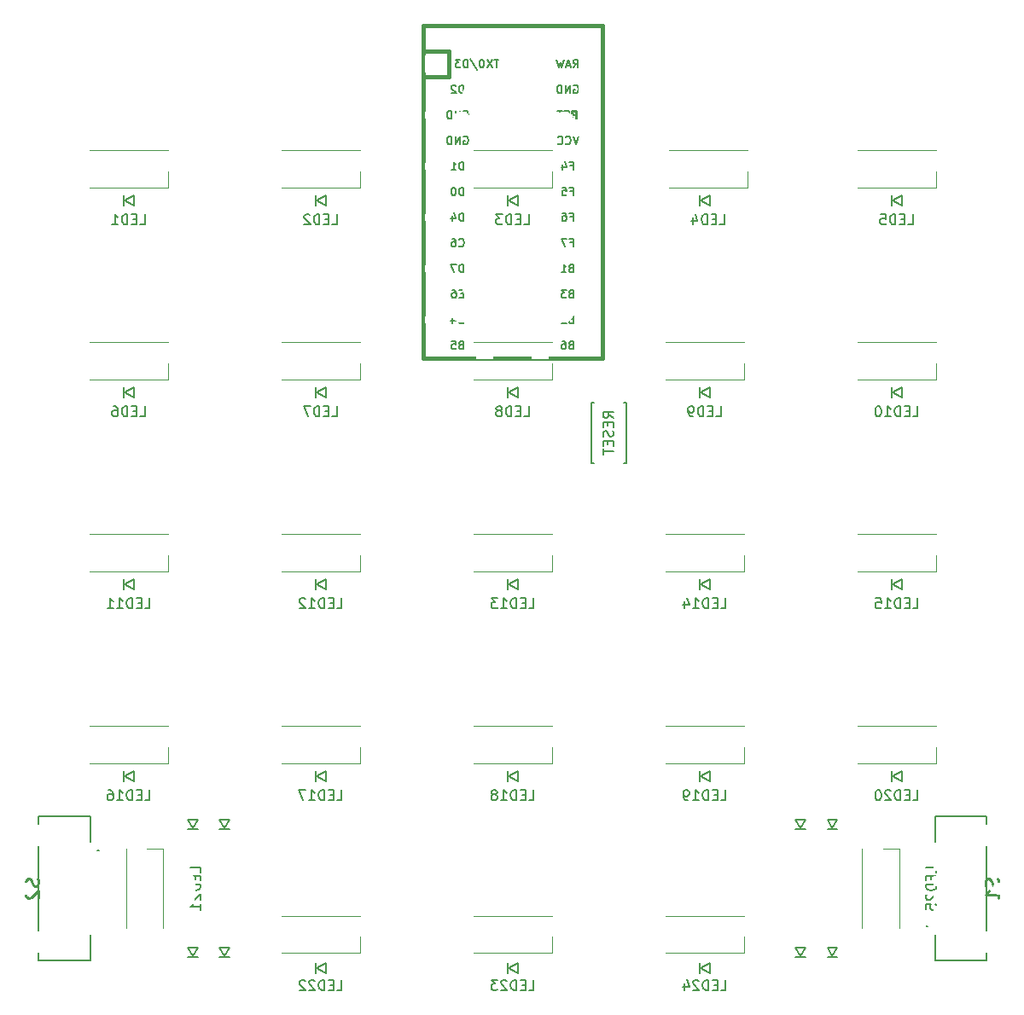
<source format=gbo>
G04 #@! TF.GenerationSoftware,KiCad,Pcbnew,(6.0.7)*
G04 #@! TF.CreationDate,2022-09-23T02:39:01+09:00*
G04 #@! TF.ProjectId,xipher_kbd_nohot,78697068-6572-45f6-9b62-645f6e6f686f,rev?*
G04 #@! TF.SameCoordinates,Original*
G04 #@! TF.FileFunction,Legend,Bot*
G04 #@! TF.FilePolarity,Positive*
%FSLAX46Y46*%
G04 Gerber Fmt 4.6, Leading zero omitted, Abs format (unit mm)*
G04 Created by KiCad (PCBNEW (6.0.7)) date 2022-09-23 02:39:01*
%MOMM*%
%LPD*%
G01*
G04 APERTURE LIST*
%ADD10C,0.150000*%
%ADD11C,0.254000*%
%ADD12C,0.381000*%
%ADD13C,0.120000*%
%ADD14C,0.200000*%
%ADD15R,1.752600X1.752600*%
%ADD16C,1.752600*%
%ADD17C,2.000000*%
%ADD18C,1.900000*%
%ADD19C,4.000000*%
%ADD20O,2.500000X2.000000*%
%ADD21C,3.800000*%
%ADD22R,2.000000X2.000000*%
%ADD23O,2.000000X3.400000*%
%ADD24R,1.300000X1.400000*%
%ADD25R,1.400000X1.300000*%
%ADD26R,1.700000X1.000000*%
%ADD27C,1.200000*%
%ADD28R,1.600000X1.000000*%
%ADD29R,1.100000X1.600000*%
%ADD30R,1.000000X1.700000*%
G04 APERTURE END LIST*
D10*
X86690166Y-47332057D02*
X86956833Y-47332057D01*
X86956833Y-47751104D02*
X86956833Y-46951104D01*
X86575880Y-46951104D01*
X85928261Y-47217771D02*
X85928261Y-47751104D01*
X86118738Y-46913009D02*
X86309214Y-47484438D01*
X85813976Y-47484438D01*
X87033023Y-39369200D02*
X87109214Y-39331104D01*
X87223500Y-39331104D01*
X87337785Y-39369200D01*
X87413976Y-39445390D01*
X87452071Y-39521580D01*
X87490166Y-39673961D01*
X87490166Y-39788247D01*
X87452071Y-39940628D01*
X87413976Y-40016819D01*
X87337785Y-40093009D01*
X87223500Y-40131104D01*
X87147309Y-40131104D01*
X87033023Y-40093009D01*
X86994928Y-40054914D01*
X86994928Y-39788247D01*
X87147309Y-39788247D01*
X86652071Y-40131104D02*
X86652071Y-39331104D01*
X86194928Y-40131104D01*
X86194928Y-39331104D01*
X85813976Y-40131104D02*
X85813976Y-39331104D01*
X85623500Y-39331104D01*
X85509214Y-39369200D01*
X85433023Y-39445390D01*
X85394928Y-39521580D01*
X85356833Y-39673961D01*
X85356833Y-39788247D01*
X85394928Y-39940628D01*
X85433023Y-40016819D01*
X85509214Y-40093009D01*
X85623500Y-40131104D01*
X85813976Y-40131104D01*
X87490166Y-44411104D02*
X87223500Y-45211104D01*
X86956833Y-44411104D01*
X86233023Y-45134914D02*
X86271119Y-45173009D01*
X86385404Y-45211104D01*
X86461595Y-45211104D01*
X86575880Y-45173009D01*
X86652071Y-45096819D01*
X86690166Y-45020628D01*
X86728261Y-44868247D01*
X86728261Y-44753961D01*
X86690166Y-44601580D01*
X86652071Y-44525390D01*
X86575880Y-44449200D01*
X86461595Y-44411104D01*
X86385404Y-44411104D01*
X86271119Y-44449200D01*
X86233023Y-44487295D01*
X85433023Y-45134914D02*
X85471119Y-45173009D01*
X85585404Y-45211104D01*
X85661595Y-45211104D01*
X85775880Y-45173009D01*
X85852071Y-45096819D01*
X85890166Y-45020628D01*
X85928261Y-44868247D01*
X85928261Y-44753961D01*
X85890166Y-44601580D01*
X85852071Y-44525390D01*
X85775880Y-44449200D01*
X85661595Y-44411104D01*
X85585404Y-44411104D01*
X85471119Y-44449200D01*
X85433023Y-44487295D01*
X86975880Y-37591104D02*
X87242547Y-37210152D01*
X87433023Y-37591104D02*
X87433023Y-36791104D01*
X87128261Y-36791104D01*
X87052071Y-36829200D01*
X87013976Y-36867295D01*
X86975880Y-36943485D01*
X86975880Y-37057771D01*
X87013976Y-37133961D01*
X87052071Y-37172057D01*
X87128261Y-37210152D01*
X87433023Y-37210152D01*
X86671119Y-37362533D02*
X86290166Y-37362533D01*
X86747309Y-37591104D02*
X86480642Y-36791104D01*
X86213976Y-37591104D01*
X86023500Y-36791104D02*
X85833023Y-37591104D01*
X85680642Y-37019676D01*
X85528261Y-37591104D01*
X85337785Y-36791104D01*
X76091976Y-52831104D02*
X76091976Y-52031104D01*
X75901500Y-52031104D01*
X75787214Y-52069200D01*
X75711023Y-52145390D01*
X75672928Y-52221580D01*
X75634833Y-52373961D01*
X75634833Y-52488247D01*
X75672928Y-52640628D01*
X75711023Y-52716819D01*
X75787214Y-52793009D01*
X75901500Y-52831104D01*
X76091976Y-52831104D01*
X74949119Y-52297771D02*
X74949119Y-52831104D01*
X75139595Y-51993009D02*
X75330071Y-52564438D01*
X74834833Y-52564438D01*
X75825309Y-65112057D02*
X75711023Y-65150152D01*
X75672928Y-65188247D01*
X75634833Y-65264438D01*
X75634833Y-65378723D01*
X75672928Y-65454914D01*
X75711023Y-65493009D01*
X75787214Y-65531104D01*
X76091976Y-65531104D01*
X76091976Y-64731104D01*
X75825309Y-64731104D01*
X75749119Y-64769200D01*
X75711023Y-64807295D01*
X75672928Y-64883485D01*
X75672928Y-64959676D01*
X75711023Y-65035866D01*
X75749119Y-65073961D01*
X75825309Y-65112057D01*
X76091976Y-65112057D01*
X74911023Y-64731104D02*
X75291976Y-64731104D01*
X75330071Y-65112057D01*
X75291976Y-65073961D01*
X75215785Y-65035866D01*
X75025309Y-65035866D01*
X74949119Y-65073961D01*
X74911023Y-65112057D01*
X74872928Y-65188247D01*
X74872928Y-65378723D01*
X74911023Y-65454914D01*
X74949119Y-65493009D01*
X75025309Y-65531104D01*
X75215785Y-65531104D01*
X75291976Y-65493009D01*
X75330071Y-65454914D01*
X76091976Y-40131104D02*
X76091976Y-39331104D01*
X75901500Y-39331104D01*
X75787214Y-39369200D01*
X75711023Y-39445390D01*
X75672928Y-39521580D01*
X75634833Y-39673961D01*
X75634833Y-39788247D01*
X75672928Y-39940628D01*
X75711023Y-40016819D01*
X75787214Y-40093009D01*
X75901500Y-40131104D01*
X76091976Y-40131104D01*
X75330071Y-39407295D02*
X75291976Y-39369200D01*
X75215785Y-39331104D01*
X75025309Y-39331104D01*
X74949119Y-39369200D01*
X74911023Y-39407295D01*
X74872928Y-39483485D01*
X74872928Y-39559676D01*
X74911023Y-39673961D01*
X75368166Y-40131104D01*
X74872928Y-40131104D01*
X76091976Y-50291104D02*
X76091976Y-49491104D01*
X75901500Y-49491104D01*
X75787214Y-49529200D01*
X75711023Y-49605390D01*
X75672928Y-49681580D01*
X75634833Y-49833961D01*
X75634833Y-49948247D01*
X75672928Y-50100628D01*
X75711023Y-50176819D01*
X75787214Y-50253009D01*
X75901500Y-50291104D01*
X76091976Y-50291104D01*
X75139595Y-49491104D02*
X75063404Y-49491104D01*
X74987214Y-49529200D01*
X74949119Y-49567295D01*
X74911023Y-49643485D01*
X74872928Y-49795866D01*
X74872928Y-49986342D01*
X74911023Y-50138723D01*
X74949119Y-50214914D01*
X74987214Y-50253009D01*
X75063404Y-50291104D01*
X75139595Y-50291104D01*
X75215785Y-50253009D01*
X75253880Y-50214914D01*
X75291976Y-50138723D01*
X75330071Y-49986342D01*
X75330071Y-49795866D01*
X75291976Y-49643485D01*
X75253880Y-49567295D01*
X75215785Y-49529200D01*
X75139595Y-49491104D01*
X86535833Y-42613009D02*
X86421547Y-42651104D01*
X86231071Y-42651104D01*
X86154880Y-42613009D01*
X86116785Y-42574914D01*
X86078690Y-42498723D01*
X86078690Y-42422533D01*
X86116785Y-42346342D01*
X86154880Y-42308247D01*
X86231071Y-42270152D01*
X86383452Y-42232057D01*
X86459642Y-42193961D01*
X86497738Y-42155866D01*
X86535833Y-42079676D01*
X86535833Y-42003485D01*
X86497738Y-41927295D01*
X86459642Y-41889200D01*
X86383452Y-41851104D01*
X86192976Y-41851104D01*
X86078690Y-41889200D01*
X85850119Y-41851104D02*
X85392976Y-41851104D01*
X85621547Y-42651104D02*
X85621547Y-41851104D01*
X86690166Y-54952057D02*
X86956833Y-54952057D01*
X86956833Y-55371104D02*
X86956833Y-54571104D01*
X86575880Y-54571104D01*
X86347309Y-54571104D02*
X85813976Y-54571104D01*
X86156833Y-55371104D01*
X86690166Y-49872057D02*
X86956833Y-49872057D01*
X86956833Y-50291104D02*
X86956833Y-49491104D01*
X86575880Y-49491104D01*
X85890166Y-49491104D02*
X86271119Y-49491104D01*
X86309214Y-49872057D01*
X86271119Y-49833961D01*
X86194928Y-49795866D01*
X86004452Y-49795866D01*
X85928261Y-49833961D01*
X85890166Y-49872057D01*
X85852071Y-49948247D01*
X85852071Y-50138723D01*
X85890166Y-50214914D01*
X85928261Y-50253009D01*
X86004452Y-50291104D01*
X86194928Y-50291104D01*
X86271119Y-50253009D01*
X86309214Y-50214914D01*
X86747309Y-62572057D02*
X86633023Y-62610152D01*
X86594928Y-62648247D01*
X86556833Y-62724438D01*
X86556833Y-62838723D01*
X86594928Y-62914914D01*
X86633023Y-62953009D01*
X86709214Y-62991104D01*
X87013976Y-62991104D01*
X87013976Y-62191104D01*
X86747309Y-62191104D01*
X86671119Y-62229200D01*
X86633023Y-62267295D01*
X86594928Y-62343485D01*
X86594928Y-62419676D01*
X86633023Y-62495866D01*
X86671119Y-62533961D01*
X86747309Y-62572057D01*
X87013976Y-62572057D01*
X86252071Y-62267295D02*
X86213976Y-62229200D01*
X86137785Y-62191104D01*
X85947309Y-62191104D01*
X85871119Y-62229200D01*
X85833023Y-62267295D01*
X85794928Y-62343485D01*
X85794928Y-62419676D01*
X85833023Y-62533961D01*
X86290166Y-62991104D01*
X85794928Y-62991104D01*
X86747309Y-57492057D02*
X86633023Y-57530152D01*
X86594928Y-57568247D01*
X86556833Y-57644438D01*
X86556833Y-57758723D01*
X86594928Y-57834914D01*
X86633023Y-57873009D01*
X86709214Y-57911104D01*
X87013976Y-57911104D01*
X87013976Y-57111104D01*
X86747309Y-57111104D01*
X86671119Y-57149200D01*
X86633023Y-57187295D01*
X86594928Y-57263485D01*
X86594928Y-57339676D01*
X86633023Y-57415866D01*
X86671119Y-57453961D01*
X86747309Y-57492057D01*
X87013976Y-57492057D01*
X85794928Y-57911104D02*
X86252071Y-57911104D01*
X86023500Y-57911104D02*
X86023500Y-57111104D01*
X86099690Y-57225390D01*
X86175880Y-57301580D01*
X86252071Y-57339676D01*
X79581104Y-36791104D02*
X79123961Y-36791104D01*
X79352532Y-37591104D02*
X79352532Y-36791104D01*
X78933485Y-36791104D02*
X78400151Y-37591104D01*
X78400151Y-36791104D02*
X78933485Y-37591104D01*
X77943008Y-36791104D02*
X77866818Y-36791104D01*
X77790628Y-36829200D01*
X77752532Y-36867295D01*
X77714437Y-36943485D01*
X77676342Y-37095866D01*
X77676342Y-37286342D01*
X77714437Y-37438723D01*
X77752532Y-37514914D01*
X77790628Y-37553009D01*
X77866818Y-37591104D01*
X77943008Y-37591104D01*
X78019199Y-37553009D01*
X78057294Y-37514914D01*
X78095389Y-37438723D01*
X78133485Y-37286342D01*
X78133485Y-37095866D01*
X78095389Y-36943485D01*
X78057294Y-36867295D01*
X78019199Y-36829200D01*
X77943008Y-36791104D01*
X76762056Y-36753009D02*
X77447770Y-37781580D01*
X76495389Y-37591104D02*
X76495389Y-36791104D01*
X76304913Y-36791104D01*
X76190628Y-36829200D01*
X76114437Y-36905390D01*
X76076342Y-36981580D01*
X76038247Y-37133961D01*
X76038247Y-37248247D01*
X76076342Y-37400628D01*
X76114437Y-37476819D01*
X76190628Y-37553009D01*
X76304913Y-37591104D01*
X76495389Y-37591104D01*
X75771580Y-36791104D02*
X75276342Y-36791104D01*
X75543008Y-37095866D01*
X75428723Y-37095866D01*
X75352532Y-37133961D01*
X75314437Y-37172057D01*
X75276342Y-37248247D01*
X75276342Y-37438723D01*
X75314437Y-37514914D01*
X75352532Y-37553009D01*
X75428723Y-37591104D01*
X75657294Y-37591104D01*
X75733485Y-37553009D01*
X75771580Y-37514914D01*
X76053880Y-60032057D02*
X75787214Y-60032057D01*
X75672928Y-60451104D02*
X76053880Y-60451104D01*
X76053880Y-59651104D01*
X75672928Y-59651104D01*
X74987214Y-59651104D02*
X75139595Y-59651104D01*
X75215785Y-59689200D01*
X75253880Y-59727295D01*
X75330071Y-59841580D01*
X75368166Y-59993961D01*
X75368166Y-60298723D01*
X75330071Y-60374914D01*
X75291976Y-60413009D01*
X75215785Y-60451104D01*
X75063404Y-60451104D01*
X74987214Y-60413009D01*
X74949119Y-60374914D01*
X74911023Y-60298723D01*
X74911023Y-60108247D01*
X74949119Y-60032057D01*
X74987214Y-59993961D01*
X75063404Y-59955866D01*
X75215785Y-59955866D01*
X75291976Y-59993961D01*
X75330071Y-60032057D01*
X75368166Y-60108247D01*
X86690166Y-52412057D02*
X86956833Y-52412057D01*
X86956833Y-52831104D02*
X86956833Y-52031104D01*
X86575880Y-52031104D01*
X85928261Y-52031104D02*
X86080642Y-52031104D01*
X86156833Y-52069200D01*
X86194928Y-52107295D01*
X86271119Y-52221580D01*
X86309214Y-52373961D01*
X86309214Y-52678723D01*
X86271119Y-52754914D01*
X86233023Y-52793009D01*
X86156833Y-52831104D01*
X86004452Y-52831104D01*
X85928261Y-52793009D01*
X85890166Y-52754914D01*
X85852071Y-52678723D01*
X85852071Y-52488247D01*
X85890166Y-52412057D01*
X85928261Y-52373961D01*
X86004452Y-52335866D01*
X86156833Y-52335866D01*
X86233023Y-52373961D01*
X86271119Y-52412057D01*
X86309214Y-52488247D01*
X76091976Y-47751104D02*
X76091976Y-46951104D01*
X75901500Y-46951104D01*
X75787214Y-46989200D01*
X75711023Y-47065390D01*
X75672928Y-47141580D01*
X75634833Y-47293961D01*
X75634833Y-47408247D01*
X75672928Y-47560628D01*
X75711023Y-47636819D01*
X75787214Y-47713009D01*
X75901500Y-47751104D01*
X76091976Y-47751104D01*
X74872928Y-47751104D02*
X75330071Y-47751104D01*
X75101500Y-47751104D02*
X75101500Y-46951104D01*
X75177690Y-47065390D01*
X75253880Y-47141580D01*
X75330071Y-47179676D01*
X86747309Y-60032057D02*
X86633023Y-60070152D01*
X86594928Y-60108247D01*
X86556833Y-60184438D01*
X86556833Y-60298723D01*
X86594928Y-60374914D01*
X86633023Y-60413009D01*
X86709214Y-60451104D01*
X87013976Y-60451104D01*
X87013976Y-59651104D01*
X86747309Y-59651104D01*
X86671119Y-59689200D01*
X86633023Y-59727295D01*
X86594928Y-59803485D01*
X86594928Y-59879676D01*
X86633023Y-59955866D01*
X86671119Y-59993961D01*
X86747309Y-60032057D01*
X87013976Y-60032057D01*
X86290166Y-59651104D02*
X85794928Y-59651104D01*
X86061595Y-59955866D01*
X85947309Y-59955866D01*
X85871119Y-59993961D01*
X85833023Y-60032057D01*
X85794928Y-60108247D01*
X85794928Y-60298723D01*
X85833023Y-60374914D01*
X85871119Y-60413009D01*
X85947309Y-60451104D01*
X86175880Y-60451104D01*
X86252071Y-60413009D01*
X86290166Y-60374914D01*
X76111023Y-41909200D02*
X76187214Y-41871104D01*
X76301500Y-41871104D01*
X76415785Y-41909200D01*
X76491976Y-41985390D01*
X76530071Y-42061580D01*
X76568166Y-42213961D01*
X76568166Y-42328247D01*
X76530071Y-42480628D01*
X76491976Y-42556819D01*
X76415785Y-42633009D01*
X76301500Y-42671104D01*
X76225309Y-42671104D01*
X76111023Y-42633009D01*
X76072928Y-42594914D01*
X76072928Y-42328247D01*
X76225309Y-42328247D01*
X75730071Y-42671104D02*
X75730071Y-41871104D01*
X75272928Y-42671104D01*
X75272928Y-41871104D01*
X74891976Y-42671104D02*
X74891976Y-41871104D01*
X74701500Y-41871104D01*
X74587214Y-41909200D01*
X74511023Y-41985390D01*
X74472928Y-42061580D01*
X74434833Y-42213961D01*
X74434833Y-42328247D01*
X74472928Y-42480628D01*
X74511023Y-42556819D01*
X74587214Y-42633009D01*
X74701500Y-42671104D01*
X74891976Y-42671104D01*
X75634833Y-55294914D02*
X75672928Y-55333009D01*
X75787214Y-55371104D01*
X75863404Y-55371104D01*
X75977690Y-55333009D01*
X76053880Y-55256819D01*
X76091976Y-55180628D01*
X76130071Y-55028247D01*
X76130071Y-54913961D01*
X76091976Y-54761580D01*
X76053880Y-54685390D01*
X75977690Y-54609200D01*
X75863404Y-54571104D01*
X75787214Y-54571104D01*
X75672928Y-54609200D01*
X75634833Y-54647295D01*
X74949119Y-54571104D02*
X75101500Y-54571104D01*
X75177690Y-54609200D01*
X75215785Y-54647295D01*
X75291976Y-54761580D01*
X75330071Y-54913961D01*
X75330071Y-55218723D01*
X75291976Y-55294914D01*
X75253880Y-55333009D01*
X75177690Y-55371104D01*
X75025309Y-55371104D01*
X74949119Y-55333009D01*
X74911023Y-55294914D01*
X74872928Y-55218723D01*
X74872928Y-55028247D01*
X74911023Y-54952057D01*
X74949119Y-54913961D01*
X75025309Y-54875866D01*
X75177690Y-54875866D01*
X75253880Y-54913961D01*
X75291976Y-54952057D01*
X75330071Y-55028247D01*
X86747309Y-65112057D02*
X86633023Y-65150152D01*
X86594928Y-65188247D01*
X86556833Y-65264438D01*
X86556833Y-65378723D01*
X86594928Y-65454914D01*
X86633023Y-65493009D01*
X86709214Y-65531104D01*
X87013976Y-65531104D01*
X87013976Y-64731104D01*
X86747309Y-64731104D01*
X86671119Y-64769200D01*
X86633023Y-64807295D01*
X86594928Y-64883485D01*
X86594928Y-64959676D01*
X86633023Y-65035866D01*
X86671119Y-65073961D01*
X86747309Y-65112057D01*
X87013976Y-65112057D01*
X85871119Y-64731104D02*
X86023500Y-64731104D01*
X86099690Y-64769200D01*
X86137785Y-64807295D01*
X86213976Y-64921580D01*
X86252071Y-65073961D01*
X86252071Y-65378723D01*
X86213976Y-65454914D01*
X86175880Y-65493009D01*
X86099690Y-65531104D01*
X85947309Y-65531104D01*
X85871119Y-65493009D01*
X85833023Y-65454914D01*
X85794928Y-65378723D01*
X85794928Y-65188247D01*
X85833023Y-65112057D01*
X85871119Y-65073961D01*
X85947309Y-65035866D01*
X86099690Y-65035866D01*
X86175880Y-65073961D01*
X86213976Y-65112057D01*
X86252071Y-65188247D01*
X76111023Y-44449200D02*
X76187214Y-44411104D01*
X76301500Y-44411104D01*
X76415785Y-44449200D01*
X76491976Y-44525390D01*
X76530071Y-44601580D01*
X76568166Y-44753961D01*
X76568166Y-44868247D01*
X76530071Y-45020628D01*
X76491976Y-45096819D01*
X76415785Y-45173009D01*
X76301500Y-45211104D01*
X76225309Y-45211104D01*
X76111023Y-45173009D01*
X76072928Y-45134914D01*
X76072928Y-44868247D01*
X76225309Y-44868247D01*
X75730071Y-45211104D02*
X75730071Y-44411104D01*
X75272928Y-45211104D01*
X75272928Y-44411104D01*
X74891976Y-45211104D02*
X74891976Y-44411104D01*
X74701500Y-44411104D01*
X74587214Y-44449200D01*
X74511023Y-44525390D01*
X74472928Y-44601580D01*
X74434833Y-44753961D01*
X74434833Y-44868247D01*
X74472928Y-45020628D01*
X74511023Y-45096819D01*
X74587214Y-45173009D01*
X74701500Y-45211104D01*
X74891976Y-45211104D01*
X76091976Y-57911104D02*
X76091976Y-57111104D01*
X75901500Y-57111104D01*
X75787214Y-57149200D01*
X75711023Y-57225390D01*
X75672928Y-57301580D01*
X75634833Y-57453961D01*
X75634833Y-57568247D01*
X75672928Y-57720628D01*
X75711023Y-57796819D01*
X75787214Y-57873009D01*
X75901500Y-57911104D01*
X76091976Y-57911104D01*
X75368166Y-57111104D02*
X74834833Y-57111104D01*
X75177690Y-57911104D01*
X75825309Y-62572057D02*
X75711023Y-62610152D01*
X75672928Y-62648247D01*
X75634833Y-62724438D01*
X75634833Y-62838723D01*
X75672928Y-62914914D01*
X75711023Y-62953009D01*
X75787214Y-62991104D01*
X76091976Y-62991104D01*
X76091976Y-62191104D01*
X75825309Y-62191104D01*
X75749119Y-62229200D01*
X75711023Y-62267295D01*
X75672928Y-62343485D01*
X75672928Y-62419676D01*
X75711023Y-62495866D01*
X75749119Y-62533961D01*
X75825309Y-62572057D01*
X76091976Y-62572057D01*
X74949119Y-62457771D02*
X74949119Y-62991104D01*
X75139595Y-62153009D02*
X75330071Y-62724438D01*
X74834833Y-62724438D01*
X43981547Y-53157380D02*
X44457738Y-53157380D01*
X44457738Y-52157380D01*
X43648214Y-52633571D02*
X43314880Y-52633571D01*
X43172023Y-53157380D02*
X43648214Y-53157380D01*
X43648214Y-52157380D01*
X43172023Y-52157380D01*
X42743452Y-53157380D02*
X42743452Y-52157380D01*
X42505357Y-52157380D01*
X42362500Y-52205000D01*
X42267261Y-52300238D01*
X42219642Y-52395476D01*
X42172023Y-52585952D01*
X42172023Y-52728809D01*
X42219642Y-52919285D01*
X42267261Y-53014523D01*
X42362500Y-53109761D01*
X42505357Y-53157380D01*
X42743452Y-53157380D01*
X41219642Y-53157380D02*
X41791071Y-53157380D01*
X41505357Y-53157380D02*
X41505357Y-52157380D01*
X41600595Y-52300238D01*
X41695833Y-52395476D01*
X41791071Y-52443095D01*
X90939880Y-72366319D02*
X90463690Y-72032985D01*
X90939880Y-71794890D02*
X89939880Y-71794890D01*
X89939880Y-72175842D01*
X89987500Y-72271080D01*
X90035119Y-72318700D01*
X90130357Y-72366319D01*
X90273214Y-72366319D01*
X90368452Y-72318700D01*
X90416071Y-72271080D01*
X90463690Y-72175842D01*
X90463690Y-71794890D01*
X90416071Y-72794890D02*
X90416071Y-73128223D01*
X90939880Y-73271080D02*
X90939880Y-72794890D01*
X89939880Y-72794890D01*
X89939880Y-73271080D01*
X90892261Y-73652033D02*
X90939880Y-73794890D01*
X90939880Y-74032985D01*
X90892261Y-74128223D01*
X90844642Y-74175842D01*
X90749404Y-74223461D01*
X90654166Y-74223461D01*
X90558928Y-74175842D01*
X90511309Y-74128223D01*
X90463690Y-74032985D01*
X90416071Y-73842509D01*
X90368452Y-73747271D01*
X90320833Y-73699652D01*
X90225595Y-73652033D01*
X90130357Y-73652033D01*
X90035119Y-73699652D01*
X89987500Y-73747271D01*
X89939880Y-73842509D01*
X89939880Y-74080604D01*
X89987500Y-74223461D01*
X90416071Y-74652033D02*
X90416071Y-74985366D01*
X90939880Y-75128223D02*
X90939880Y-74652033D01*
X89939880Y-74652033D01*
X89939880Y-75128223D01*
X89939880Y-75413938D02*
X89939880Y-75985366D01*
X90939880Y-75699652D02*
X89939880Y-75699652D01*
X82557738Y-129157380D02*
X83033928Y-129157380D01*
X83033928Y-128157380D01*
X82224404Y-128633571D02*
X81891071Y-128633571D01*
X81748214Y-129157380D02*
X82224404Y-129157380D01*
X82224404Y-128157380D01*
X81748214Y-128157380D01*
X81319642Y-129157380D02*
X81319642Y-128157380D01*
X81081547Y-128157380D01*
X80938690Y-128205000D01*
X80843452Y-128300238D01*
X80795833Y-128395476D01*
X80748214Y-128585952D01*
X80748214Y-128728809D01*
X80795833Y-128919285D01*
X80843452Y-129014523D01*
X80938690Y-129109761D01*
X81081547Y-129157380D01*
X81319642Y-129157380D01*
X80367261Y-128252619D02*
X80319642Y-128205000D01*
X80224404Y-128157380D01*
X79986309Y-128157380D01*
X79891071Y-128205000D01*
X79843452Y-128252619D01*
X79795833Y-128347857D01*
X79795833Y-128443095D01*
X79843452Y-128585952D01*
X80414880Y-129157380D01*
X79795833Y-129157380D01*
X79462500Y-128157380D02*
X78843452Y-128157380D01*
X79176785Y-128538333D01*
X79033928Y-128538333D01*
X78938690Y-128585952D01*
X78891071Y-128633571D01*
X78843452Y-128728809D01*
X78843452Y-128966904D01*
X78891071Y-129062142D01*
X78938690Y-129109761D01*
X79033928Y-129157380D01*
X79319642Y-129157380D01*
X79414880Y-129109761D01*
X79462500Y-129062142D01*
X82081547Y-53157380D02*
X82557738Y-53157380D01*
X82557738Y-52157380D01*
X81748214Y-52633571D02*
X81414880Y-52633571D01*
X81272023Y-53157380D02*
X81748214Y-53157380D01*
X81748214Y-52157380D01*
X81272023Y-52157380D01*
X80843452Y-53157380D02*
X80843452Y-52157380D01*
X80605357Y-52157380D01*
X80462500Y-52205000D01*
X80367261Y-52300238D01*
X80319642Y-52395476D01*
X80272023Y-52585952D01*
X80272023Y-52728809D01*
X80319642Y-52919285D01*
X80367261Y-53014523D01*
X80462500Y-53109761D01*
X80605357Y-53157380D01*
X80843452Y-53157380D01*
X79938690Y-52157380D02*
X79319642Y-52157380D01*
X79652976Y-52538333D01*
X79510119Y-52538333D01*
X79414880Y-52585952D01*
X79367261Y-52633571D01*
X79319642Y-52728809D01*
X79319642Y-52966904D01*
X79367261Y-53062142D01*
X79414880Y-53109761D01*
X79510119Y-53157380D01*
X79795833Y-53157380D01*
X79891071Y-53109761D01*
X79938690Y-53062142D01*
X63507738Y-91257380D02*
X63983928Y-91257380D01*
X63983928Y-90257380D01*
X63174404Y-90733571D02*
X62841071Y-90733571D01*
X62698214Y-91257380D02*
X63174404Y-91257380D01*
X63174404Y-90257380D01*
X62698214Y-90257380D01*
X62269642Y-91257380D02*
X62269642Y-90257380D01*
X62031547Y-90257380D01*
X61888690Y-90305000D01*
X61793452Y-90400238D01*
X61745833Y-90495476D01*
X61698214Y-90685952D01*
X61698214Y-90828809D01*
X61745833Y-91019285D01*
X61793452Y-91114523D01*
X61888690Y-91209761D01*
X62031547Y-91257380D01*
X62269642Y-91257380D01*
X60745833Y-91257380D02*
X61317261Y-91257380D01*
X61031547Y-91257380D02*
X61031547Y-90257380D01*
X61126785Y-90400238D01*
X61222023Y-90495476D01*
X61317261Y-90543095D01*
X60364880Y-90352619D02*
X60317261Y-90305000D01*
X60222023Y-90257380D01*
X59983928Y-90257380D01*
X59888690Y-90305000D01*
X59841071Y-90352619D01*
X59793452Y-90447857D01*
X59793452Y-90543095D01*
X59841071Y-90685952D01*
X60412500Y-91257380D01*
X59793452Y-91257380D01*
X44457738Y-91257380D02*
X44933928Y-91257380D01*
X44933928Y-90257380D01*
X44124404Y-90733571D02*
X43791071Y-90733571D01*
X43648214Y-91257380D02*
X44124404Y-91257380D01*
X44124404Y-90257380D01*
X43648214Y-90257380D01*
X43219642Y-91257380D02*
X43219642Y-90257380D01*
X42981547Y-90257380D01*
X42838690Y-90305000D01*
X42743452Y-90400238D01*
X42695833Y-90495476D01*
X42648214Y-90685952D01*
X42648214Y-90828809D01*
X42695833Y-91019285D01*
X42743452Y-91114523D01*
X42838690Y-91209761D01*
X42981547Y-91257380D01*
X43219642Y-91257380D01*
X41695833Y-91257380D02*
X42267261Y-91257380D01*
X41981547Y-91257380D02*
X41981547Y-90257380D01*
X42076785Y-90400238D01*
X42172023Y-90495476D01*
X42267261Y-90543095D01*
X40743452Y-91257380D02*
X41314880Y-91257380D01*
X41029166Y-91257380D02*
X41029166Y-90257380D01*
X41124404Y-90400238D01*
X41219642Y-90495476D01*
X41314880Y-90543095D01*
D11*
X129076547Y-118094880D02*
X129137023Y-118276309D01*
X129137023Y-118578690D01*
X129076547Y-118699642D01*
X129016071Y-118760119D01*
X128895119Y-118820595D01*
X128774166Y-118820595D01*
X128653214Y-118760119D01*
X128592738Y-118699642D01*
X128532261Y-118578690D01*
X128471785Y-118336785D01*
X128411309Y-118215833D01*
X128350833Y-118155357D01*
X128229880Y-118094880D01*
X128108928Y-118094880D01*
X127987976Y-118155357D01*
X127927500Y-118215833D01*
X127867023Y-118336785D01*
X127867023Y-118639166D01*
X127927500Y-118820595D01*
X129137023Y-120030119D02*
X129137023Y-119304404D01*
X129137023Y-119667261D02*
X127867023Y-119667261D01*
X128048452Y-119546309D01*
X128169404Y-119425357D01*
X128229880Y-119304404D01*
D10*
X63507738Y-110307380D02*
X63983928Y-110307380D01*
X63983928Y-109307380D01*
X63174404Y-109783571D02*
X62841071Y-109783571D01*
X62698214Y-110307380D02*
X63174404Y-110307380D01*
X63174404Y-109307380D01*
X62698214Y-109307380D01*
X62269642Y-110307380D02*
X62269642Y-109307380D01*
X62031547Y-109307380D01*
X61888690Y-109355000D01*
X61793452Y-109450238D01*
X61745833Y-109545476D01*
X61698214Y-109735952D01*
X61698214Y-109878809D01*
X61745833Y-110069285D01*
X61793452Y-110164523D01*
X61888690Y-110259761D01*
X62031547Y-110307380D01*
X62269642Y-110307380D01*
X60745833Y-110307380D02*
X61317261Y-110307380D01*
X61031547Y-110307380D02*
X61031547Y-109307380D01*
X61126785Y-109450238D01*
X61222023Y-109545476D01*
X61317261Y-109593095D01*
X60412500Y-109307380D02*
X59745833Y-109307380D01*
X60174404Y-110307380D01*
X63507738Y-129157380D02*
X63983928Y-129157380D01*
X63983928Y-128157380D01*
X63174404Y-128633571D02*
X62841071Y-128633571D01*
X62698214Y-129157380D02*
X63174404Y-129157380D01*
X63174404Y-128157380D01*
X62698214Y-128157380D01*
X62269642Y-129157380D02*
X62269642Y-128157380D01*
X62031547Y-128157380D01*
X61888690Y-128205000D01*
X61793452Y-128300238D01*
X61745833Y-128395476D01*
X61698214Y-128585952D01*
X61698214Y-128728809D01*
X61745833Y-128919285D01*
X61793452Y-129014523D01*
X61888690Y-129109761D01*
X62031547Y-129157380D01*
X62269642Y-129157380D01*
X61317261Y-128252619D02*
X61269642Y-128205000D01*
X61174404Y-128157380D01*
X60936309Y-128157380D01*
X60841071Y-128205000D01*
X60793452Y-128252619D01*
X60745833Y-128347857D01*
X60745833Y-128443095D01*
X60793452Y-128585952D01*
X61364880Y-129157380D01*
X60745833Y-129157380D01*
X60364880Y-128252619D02*
X60317261Y-128205000D01*
X60222023Y-128157380D01*
X59983928Y-128157380D01*
X59888690Y-128205000D01*
X59841071Y-128252619D01*
X59793452Y-128347857D01*
X59793452Y-128443095D01*
X59841071Y-128585952D01*
X60412500Y-129157380D01*
X59793452Y-129157380D01*
X82081547Y-72207380D02*
X82557738Y-72207380D01*
X82557738Y-71207380D01*
X81748214Y-71683571D02*
X81414880Y-71683571D01*
X81272023Y-72207380D02*
X81748214Y-72207380D01*
X81748214Y-71207380D01*
X81272023Y-71207380D01*
X80843452Y-72207380D02*
X80843452Y-71207380D01*
X80605357Y-71207380D01*
X80462500Y-71255000D01*
X80367261Y-71350238D01*
X80319642Y-71445476D01*
X80272023Y-71635952D01*
X80272023Y-71778809D01*
X80319642Y-71969285D01*
X80367261Y-72064523D01*
X80462500Y-72159761D01*
X80605357Y-72207380D01*
X80843452Y-72207380D01*
X79700595Y-71635952D02*
X79795833Y-71588333D01*
X79843452Y-71540714D01*
X79891071Y-71445476D01*
X79891071Y-71397857D01*
X79843452Y-71302619D01*
X79795833Y-71255000D01*
X79700595Y-71207380D01*
X79510119Y-71207380D01*
X79414880Y-71255000D01*
X79367261Y-71302619D01*
X79319642Y-71397857D01*
X79319642Y-71445476D01*
X79367261Y-71540714D01*
X79414880Y-71588333D01*
X79510119Y-71635952D01*
X79700595Y-71635952D01*
X79795833Y-71683571D01*
X79843452Y-71731190D01*
X79891071Y-71826428D01*
X79891071Y-72016904D01*
X79843452Y-72112142D01*
X79795833Y-72159761D01*
X79700595Y-72207380D01*
X79510119Y-72207380D01*
X79414880Y-72159761D01*
X79367261Y-72112142D01*
X79319642Y-72016904D01*
X79319642Y-71826428D01*
X79367261Y-71731190D01*
X79414880Y-71683571D01*
X79510119Y-71635952D01*
D11*
X33851547Y-118094880D02*
X33912023Y-118276309D01*
X33912023Y-118578690D01*
X33851547Y-118699642D01*
X33791071Y-118760119D01*
X33670119Y-118820595D01*
X33549166Y-118820595D01*
X33428214Y-118760119D01*
X33367738Y-118699642D01*
X33307261Y-118578690D01*
X33246785Y-118336785D01*
X33186309Y-118215833D01*
X33125833Y-118155357D01*
X33004880Y-118094880D01*
X32883928Y-118094880D01*
X32762976Y-118155357D01*
X32702500Y-118215833D01*
X32642023Y-118336785D01*
X32642023Y-118639166D01*
X32702500Y-118820595D01*
X32762976Y-119304404D02*
X32702500Y-119364880D01*
X32642023Y-119485833D01*
X32642023Y-119788214D01*
X32702500Y-119909166D01*
X32762976Y-119969642D01*
X32883928Y-120030119D01*
X33004880Y-120030119D01*
X33186309Y-119969642D01*
X33912023Y-119243928D01*
X33912023Y-120030119D01*
D10*
X101607738Y-91257380D02*
X102083928Y-91257380D01*
X102083928Y-90257380D01*
X101274404Y-90733571D02*
X100941071Y-90733571D01*
X100798214Y-91257380D02*
X101274404Y-91257380D01*
X101274404Y-90257380D01*
X100798214Y-90257380D01*
X100369642Y-91257380D02*
X100369642Y-90257380D01*
X100131547Y-90257380D01*
X99988690Y-90305000D01*
X99893452Y-90400238D01*
X99845833Y-90495476D01*
X99798214Y-90685952D01*
X99798214Y-90828809D01*
X99845833Y-91019285D01*
X99893452Y-91114523D01*
X99988690Y-91209761D01*
X100131547Y-91257380D01*
X100369642Y-91257380D01*
X98845833Y-91257380D02*
X99417261Y-91257380D01*
X99131547Y-91257380D02*
X99131547Y-90257380D01*
X99226785Y-90400238D01*
X99322023Y-90495476D01*
X99417261Y-90543095D01*
X97988690Y-90590714D02*
X97988690Y-91257380D01*
X98226785Y-90209761D02*
X98464880Y-90924047D01*
X97845833Y-90924047D01*
X120657738Y-91257380D02*
X121133928Y-91257380D01*
X121133928Y-90257380D01*
X120324404Y-90733571D02*
X119991071Y-90733571D01*
X119848214Y-91257380D02*
X120324404Y-91257380D01*
X120324404Y-90257380D01*
X119848214Y-90257380D01*
X119419642Y-91257380D02*
X119419642Y-90257380D01*
X119181547Y-90257380D01*
X119038690Y-90305000D01*
X118943452Y-90400238D01*
X118895833Y-90495476D01*
X118848214Y-90685952D01*
X118848214Y-90828809D01*
X118895833Y-91019285D01*
X118943452Y-91114523D01*
X119038690Y-91209761D01*
X119181547Y-91257380D01*
X119419642Y-91257380D01*
X117895833Y-91257380D02*
X118467261Y-91257380D01*
X118181547Y-91257380D02*
X118181547Y-90257380D01*
X118276785Y-90400238D01*
X118372023Y-90495476D01*
X118467261Y-90543095D01*
X116991071Y-90257380D02*
X117467261Y-90257380D01*
X117514880Y-90733571D01*
X117467261Y-90685952D01*
X117372023Y-90638333D01*
X117133928Y-90638333D01*
X117038690Y-90685952D01*
X116991071Y-90733571D01*
X116943452Y-90828809D01*
X116943452Y-91066904D01*
X116991071Y-91162142D01*
X117038690Y-91209761D01*
X117133928Y-91257380D01*
X117372023Y-91257380D01*
X117467261Y-91209761D01*
X117514880Y-91162142D01*
X44457738Y-110307380D02*
X44933928Y-110307380D01*
X44933928Y-109307380D01*
X44124404Y-109783571D02*
X43791071Y-109783571D01*
X43648214Y-110307380D02*
X44124404Y-110307380D01*
X44124404Y-109307380D01*
X43648214Y-109307380D01*
X43219642Y-110307380D02*
X43219642Y-109307380D01*
X42981547Y-109307380D01*
X42838690Y-109355000D01*
X42743452Y-109450238D01*
X42695833Y-109545476D01*
X42648214Y-109735952D01*
X42648214Y-109878809D01*
X42695833Y-110069285D01*
X42743452Y-110164523D01*
X42838690Y-110259761D01*
X42981547Y-110307380D01*
X43219642Y-110307380D01*
X41695833Y-110307380D02*
X42267261Y-110307380D01*
X41981547Y-110307380D02*
X41981547Y-109307380D01*
X42076785Y-109450238D01*
X42172023Y-109545476D01*
X42267261Y-109593095D01*
X40838690Y-109307380D02*
X41029166Y-109307380D01*
X41124404Y-109355000D01*
X41172023Y-109402619D01*
X41267261Y-109545476D01*
X41314880Y-109735952D01*
X41314880Y-110116904D01*
X41267261Y-110212142D01*
X41219642Y-110259761D01*
X41124404Y-110307380D01*
X40933928Y-110307380D01*
X40838690Y-110259761D01*
X40791071Y-110212142D01*
X40743452Y-110116904D01*
X40743452Y-109878809D01*
X40791071Y-109783571D01*
X40838690Y-109735952D01*
X40933928Y-109688333D01*
X41124404Y-109688333D01*
X41219642Y-109735952D01*
X41267261Y-109783571D01*
X41314880Y-109878809D01*
X122982380Y-117467261D02*
X122982380Y-116991071D01*
X121982380Y-116991071D01*
X122458571Y-117800595D02*
X122458571Y-118133928D01*
X122982380Y-118276785D02*
X122982380Y-117800595D01*
X121982380Y-117800595D01*
X121982380Y-118276785D01*
X122982380Y-118705357D02*
X121982380Y-118705357D01*
X121982380Y-118943452D01*
X122030000Y-119086309D01*
X122125238Y-119181547D01*
X122220476Y-119229166D01*
X122410952Y-119276785D01*
X122553809Y-119276785D01*
X122744285Y-119229166D01*
X122839523Y-119181547D01*
X122934761Y-119086309D01*
X122982380Y-118943452D01*
X122982380Y-118705357D01*
X122077619Y-119657738D02*
X122030000Y-119705357D01*
X121982380Y-119800595D01*
X121982380Y-120038690D01*
X122030000Y-120133928D01*
X122077619Y-120181547D01*
X122172857Y-120229166D01*
X122268095Y-120229166D01*
X122410952Y-120181547D01*
X122982380Y-119610119D01*
X122982380Y-120229166D01*
X121982380Y-121133928D02*
X121982380Y-120657738D01*
X122458571Y-120610119D01*
X122410952Y-120657738D01*
X122363333Y-120752976D01*
X122363333Y-120991071D01*
X122410952Y-121086309D01*
X122458571Y-121133928D01*
X122553809Y-121181547D01*
X122791904Y-121181547D01*
X122887142Y-121133928D01*
X122934761Y-121086309D01*
X122982380Y-120991071D01*
X122982380Y-120752976D01*
X122934761Y-120657738D01*
X122887142Y-120610119D01*
X101607738Y-110307380D02*
X102083928Y-110307380D01*
X102083928Y-109307380D01*
X101274404Y-109783571D02*
X100941071Y-109783571D01*
X100798214Y-110307380D02*
X101274404Y-110307380D01*
X101274404Y-109307380D01*
X100798214Y-109307380D01*
X100369642Y-110307380D02*
X100369642Y-109307380D01*
X100131547Y-109307380D01*
X99988690Y-109355000D01*
X99893452Y-109450238D01*
X99845833Y-109545476D01*
X99798214Y-109735952D01*
X99798214Y-109878809D01*
X99845833Y-110069285D01*
X99893452Y-110164523D01*
X99988690Y-110259761D01*
X100131547Y-110307380D01*
X100369642Y-110307380D01*
X98845833Y-110307380D02*
X99417261Y-110307380D01*
X99131547Y-110307380D02*
X99131547Y-109307380D01*
X99226785Y-109450238D01*
X99322023Y-109545476D01*
X99417261Y-109593095D01*
X98369642Y-110307380D02*
X98179166Y-110307380D01*
X98083928Y-110259761D01*
X98036309Y-110212142D01*
X97941071Y-110069285D01*
X97893452Y-109878809D01*
X97893452Y-109497857D01*
X97941071Y-109402619D01*
X97988690Y-109355000D01*
X98083928Y-109307380D01*
X98274404Y-109307380D01*
X98369642Y-109355000D01*
X98417261Y-109402619D01*
X98464880Y-109497857D01*
X98464880Y-109735952D01*
X98417261Y-109831190D01*
X98369642Y-109878809D01*
X98274404Y-109926428D01*
X98083928Y-109926428D01*
X97988690Y-109878809D01*
X97941071Y-109831190D01*
X97893452Y-109735952D01*
X120181547Y-53157380D02*
X120657738Y-53157380D01*
X120657738Y-52157380D01*
X119848214Y-52633571D02*
X119514880Y-52633571D01*
X119372023Y-53157380D02*
X119848214Y-53157380D01*
X119848214Y-52157380D01*
X119372023Y-52157380D01*
X118943452Y-53157380D02*
X118943452Y-52157380D01*
X118705357Y-52157380D01*
X118562500Y-52205000D01*
X118467261Y-52300238D01*
X118419642Y-52395476D01*
X118372023Y-52585952D01*
X118372023Y-52728809D01*
X118419642Y-52919285D01*
X118467261Y-53014523D01*
X118562500Y-53109761D01*
X118705357Y-53157380D01*
X118943452Y-53157380D01*
X117467261Y-52157380D02*
X117943452Y-52157380D01*
X117991071Y-52633571D01*
X117943452Y-52585952D01*
X117848214Y-52538333D01*
X117610119Y-52538333D01*
X117514880Y-52585952D01*
X117467261Y-52633571D01*
X117419642Y-52728809D01*
X117419642Y-52966904D01*
X117467261Y-53062142D01*
X117514880Y-53109761D01*
X117610119Y-53157380D01*
X117848214Y-53157380D01*
X117943452Y-53109761D01*
X117991071Y-53062142D01*
X101500347Y-53157380D02*
X101976538Y-53157380D01*
X101976538Y-52157380D01*
X101167014Y-52633571D02*
X100833680Y-52633571D01*
X100690823Y-53157380D02*
X101167014Y-53157380D01*
X101167014Y-52157380D01*
X100690823Y-52157380D01*
X100262252Y-53157380D02*
X100262252Y-52157380D01*
X100024157Y-52157380D01*
X99881300Y-52205000D01*
X99786061Y-52300238D01*
X99738442Y-52395476D01*
X99690823Y-52585952D01*
X99690823Y-52728809D01*
X99738442Y-52919285D01*
X99786061Y-53014523D01*
X99881300Y-53109761D01*
X100024157Y-53157380D01*
X100262252Y-53157380D01*
X98833680Y-52490714D02*
X98833680Y-53157380D01*
X99071776Y-52109761D02*
X99309871Y-52824047D01*
X98690823Y-52824047D01*
X63031547Y-53157380D02*
X63507738Y-53157380D01*
X63507738Y-52157380D01*
X62698214Y-52633571D02*
X62364880Y-52633571D01*
X62222023Y-53157380D02*
X62698214Y-53157380D01*
X62698214Y-52157380D01*
X62222023Y-52157380D01*
X61793452Y-53157380D02*
X61793452Y-52157380D01*
X61555357Y-52157380D01*
X61412500Y-52205000D01*
X61317261Y-52300238D01*
X61269642Y-52395476D01*
X61222023Y-52585952D01*
X61222023Y-52728809D01*
X61269642Y-52919285D01*
X61317261Y-53014523D01*
X61412500Y-53109761D01*
X61555357Y-53157380D01*
X61793452Y-53157380D01*
X60841071Y-52252619D02*
X60793452Y-52205000D01*
X60698214Y-52157380D01*
X60460119Y-52157380D01*
X60364880Y-52205000D01*
X60317261Y-52252619D01*
X60269642Y-52347857D01*
X60269642Y-52443095D01*
X60317261Y-52585952D01*
X60888690Y-53157380D01*
X60269642Y-53157380D01*
X63031547Y-72207380D02*
X63507738Y-72207380D01*
X63507738Y-71207380D01*
X62698214Y-71683571D02*
X62364880Y-71683571D01*
X62222023Y-72207380D02*
X62698214Y-72207380D01*
X62698214Y-71207380D01*
X62222023Y-71207380D01*
X61793452Y-72207380D02*
X61793452Y-71207380D01*
X61555357Y-71207380D01*
X61412500Y-71255000D01*
X61317261Y-71350238D01*
X61269642Y-71445476D01*
X61222023Y-71635952D01*
X61222023Y-71778809D01*
X61269642Y-71969285D01*
X61317261Y-72064523D01*
X61412500Y-72159761D01*
X61555357Y-72207380D01*
X61793452Y-72207380D01*
X60888690Y-71207380D02*
X60222023Y-71207380D01*
X60650595Y-72207380D01*
X120657738Y-110307380D02*
X121133928Y-110307380D01*
X121133928Y-109307380D01*
X120324404Y-109783571D02*
X119991071Y-109783571D01*
X119848214Y-110307380D02*
X120324404Y-110307380D01*
X120324404Y-109307380D01*
X119848214Y-109307380D01*
X119419642Y-110307380D02*
X119419642Y-109307380D01*
X119181547Y-109307380D01*
X119038690Y-109355000D01*
X118943452Y-109450238D01*
X118895833Y-109545476D01*
X118848214Y-109735952D01*
X118848214Y-109878809D01*
X118895833Y-110069285D01*
X118943452Y-110164523D01*
X119038690Y-110259761D01*
X119181547Y-110307380D01*
X119419642Y-110307380D01*
X118467261Y-109402619D02*
X118419642Y-109355000D01*
X118324404Y-109307380D01*
X118086309Y-109307380D01*
X117991071Y-109355000D01*
X117943452Y-109402619D01*
X117895833Y-109497857D01*
X117895833Y-109593095D01*
X117943452Y-109735952D01*
X118514880Y-110307380D01*
X117895833Y-110307380D01*
X117276785Y-109307380D02*
X117181547Y-109307380D01*
X117086309Y-109355000D01*
X117038690Y-109402619D01*
X116991071Y-109497857D01*
X116943452Y-109688333D01*
X116943452Y-109926428D01*
X116991071Y-110116904D01*
X117038690Y-110212142D01*
X117086309Y-110259761D01*
X117181547Y-110307380D01*
X117276785Y-110307380D01*
X117372023Y-110259761D01*
X117419642Y-110212142D01*
X117467261Y-110116904D01*
X117514880Y-109926428D01*
X117514880Y-109688333D01*
X117467261Y-109497857D01*
X117419642Y-109402619D01*
X117372023Y-109355000D01*
X117276785Y-109307380D01*
X120657738Y-72207380D02*
X121133928Y-72207380D01*
X121133928Y-71207380D01*
X120324404Y-71683571D02*
X119991071Y-71683571D01*
X119848214Y-72207380D02*
X120324404Y-72207380D01*
X120324404Y-71207380D01*
X119848214Y-71207380D01*
X119419642Y-72207380D02*
X119419642Y-71207380D01*
X119181547Y-71207380D01*
X119038690Y-71255000D01*
X118943452Y-71350238D01*
X118895833Y-71445476D01*
X118848214Y-71635952D01*
X118848214Y-71778809D01*
X118895833Y-71969285D01*
X118943452Y-72064523D01*
X119038690Y-72159761D01*
X119181547Y-72207380D01*
X119419642Y-72207380D01*
X117895833Y-72207380D02*
X118467261Y-72207380D01*
X118181547Y-72207380D02*
X118181547Y-71207380D01*
X118276785Y-71350238D01*
X118372023Y-71445476D01*
X118467261Y-71493095D01*
X117276785Y-71207380D02*
X117181547Y-71207380D01*
X117086309Y-71255000D01*
X117038690Y-71302619D01*
X116991071Y-71397857D01*
X116943452Y-71588333D01*
X116943452Y-71826428D01*
X116991071Y-72016904D01*
X117038690Y-72112142D01*
X117086309Y-72159761D01*
X117181547Y-72207380D01*
X117276785Y-72207380D01*
X117372023Y-72159761D01*
X117419642Y-72112142D01*
X117467261Y-72016904D01*
X117514880Y-71826428D01*
X117514880Y-71588333D01*
X117467261Y-71397857D01*
X117419642Y-71302619D01*
X117372023Y-71255000D01*
X117276785Y-71207380D01*
X43981547Y-72207380D02*
X44457738Y-72207380D01*
X44457738Y-71207380D01*
X43648214Y-71683571D02*
X43314880Y-71683571D01*
X43172023Y-72207380D02*
X43648214Y-72207380D01*
X43648214Y-71207380D01*
X43172023Y-71207380D01*
X42743452Y-72207380D02*
X42743452Y-71207380D01*
X42505357Y-71207380D01*
X42362500Y-71255000D01*
X42267261Y-71350238D01*
X42219642Y-71445476D01*
X42172023Y-71635952D01*
X42172023Y-71778809D01*
X42219642Y-71969285D01*
X42267261Y-72064523D01*
X42362500Y-72159761D01*
X42505357Y-72207380D01*
X42743452Y-72207380D01*
X41314880Y-71207380D02*
X41505357Y-71207380D01*
X41600595Y-71255000D01*
X41648214Y-71302619D01*
X41743452Y-71445476D01*
X41791071Y-71635952D01*
X41791071Y-72016904D01*
X41743452Y-72112142D01*
X41695833Y-72159761D01*
X41600595Y-72207380D01*
X41410119Y-72207380D01*
X41314880Y-72159761D01*
X41267261Y-72112142D01*
X41219642Y-72016904D01*
X41219642Y-71778809D01*
X41267261Y-71683571D01*
X41314880Y-71635952D01*
X41410119Y-71588333D01*
X41600595Y-71588333D01*
X41695833Y-71635952D01*
X41743452Y-71683571D01*
X41791071Y-71778809D01*
X49982380Y-117467261D02*
X49982380Y-116991071D01*
X48982380Y-116991071D01*
X49458571Y-117800595D02*
X49458571Y-118133928D01*
X49982380Y-118276785D02*
X49982380Y-117800595D01*
X48982380Y-117800595D01*
X48982380Y-118276785D01*
X49982380Y-118705357D02*
X48982380Y-118705357D01*
X48982380Y-118943452D01*
X49030000Y-119086309D01*
X49125238Y-119181547D01*
X49220476Y-119229166D01*
X49410952Y-119276785D01*
X49553809Y-119276785D01*
X49744285Y-119229166D01*
X49839523Y-119181547D01*
X49934761Y-119086309D01*
X49982380Y-118943452D01*
X49982380Y-118705357D01*
X49077619Y-119657738D02*
X49030000Y-119705357D01*
X48982380Y-119800595D01*
X48982380Y-120038690D01*
X49030000Y-120133928D01*
X49077619Y-120181547D01*
X49172857Y-120229166D01*
X49268095Y-120229166D01*
X49410952Y-120181547D01*
X49982380Y-119610119D01*
X49982380Y-120229166D01*
X49982380Y-121181547D02*
X49982380Y-120610119D01*
X49982380Y-120895833D02*
X48982380Y-120895833D01*
X49125238Y-120800595D01*
X49220476Y-120705357D01*
X49268095Y-120610119D01*
X82557738Y-91257380D02*
X83033928Y-91257380D01*
X83033928Y-90257380D01*
X82224404Y-90733571D02*
X81891071Y-90733571D01*
X81748214Y-91257380D02*
X82224404Y-91257380D01*
X82224404Y-90257380D01*
X81748214Y-90257380D01*
X81319642Y-91257380D02*
X81319642Y-90257380D01*
X81081547Y-90257380D01*
X80938690Y-90305000D01*
X80843452Y-90400238D01*
X80795833Y-90495476D01*
X80748214Y-90685952D01*
X80748214Y-90828809D01*
X80795833Y-91019285D01*
X80843452Y-91114523D01*
X80938690Y-91209761D01*
X81081547Y-91257380D01*
X81319642Y-91257380D01*
X79795833Y-91257380D02*
X80367261Y-91257380D01*
X80081547Y-91257380D02*
X80081547Y-90257380D01*
X80176785Y-90400238D01*
X80272023Y-90495476D01*
X80367261Y-90543095D01*
X79462500Y-90257380D02*
X78843452Y-90257380D01*
X79176785Y-90638333D01*
X79033928Y-90638333D01*
X78938690Y-90685952D01*
X78891071Y-90733571D01*
X78843452Y-90828809D01*
X78843452Y-91066904D01*
X78891071Y-91162142D01*
X78938690Y-91209761D01*
X79033928Y-91257380D01*
X79319642Y-91257380D01*
X79414880Y-91209761D01*
X79462500Y-91162142D01*
X101131547Y-72207380D02*
X101607738Y-72207380D01*
X101607738Y-71207380D01*
X100798214Y-71683571D02*
X100464880Y-71683571D01*
X100322023Y-72207380D02*
X100798214Y-72207380D01*
X100798214Y-71207380D01*
X100322023Y-71207380D01*
X99893452Y-72207380D02*
X99893452Y-71207380D01*
X99655357Y-71207380D01*
X99512500Y-71255000D01*
X99417261Y-71350238D01*
X99369642Y-71445476D01*
X99322023Y-71635952D01*
X99322023Y-71778809D01*
X99369642Y-71969285D01*
X99417261Y-72064523D01*
X99512500Y-72159761D01*
X99655357Y-72207380D01*
X99893452Y-72207380D01*
X98845833Y-72207380D02*
X98655357Y-72207380D01*
X98560119Y-72159761D01*
X98512500Y-72112142D01*
X98417261Y-71969285D01*
X98369642Y-71778809D01*
X98369642Y-71397857D01*
X98417261Y-71302619D01*
X98464880Y-71255000D01*
X98560119Y-71207380D01*
X98750595Y-71207380D01*
X98845833Y-71255000D01*
X98893452Y-71302619D01*
X98941071Y-71397857D01*
X98941071Y-71635952D01*
X98893452Y-71731190D01*
X98845833Y-71778809D01*
X98750595Y-71826428D01*
X98560119Y-71826428D01*
X98464880Y-71778809D01*
X98417261Y-71731190D01*
X98369642Y-71635952D01*
X82557738Y-110307380D02*
X83033928Y-110307380D01*
X83033928Y-109307380D01*
X82224404Y-109783571D02*
X81891071Y-109783571D01*
X81748214Y-110307380D02*
X82224404Y-110307380D01*
X82224404Y-109307380D01*
X81748214Y-109307380D01*
X81319642Y-110307380D02*
X81319642Y-109307380D01*
X81081547Y-109307380D01*
X80938690Y-109355000D01*
X80843452Y-109450238D01*
X80795833Y-109545476D01*
X80748214Y-109735952D01*
X80748214Y-109878809D01*
X80795833Y-110069285D01*
X80843452Y-110164523D01*
X80938690Y-110259761D01*
X81081547Y-110307380D01*
X81319642Y-110307380D01*
X79795833Y-110307380D02*
X80367261Y-110307380D01*
X80081547Y-110307380D02*
X80081547Y-109307380D01*
X80176785Y-109450238D01*
X80272023Y-109545476D01*
X80367261Y-109593095D01*
X79224404Y-109735952D02*
X79319642Y-109688333D01*
X79367261Y-109640714D01*
X79414880Y-109545476D01*
X79414880Y-109497857D01*
X79367261Y-109402619D01*
X79319642Y-109355000D01*
X79224404Y-109307380D01*
X79033928Y-109307380D01*
X78938690Y-109355000D01*
X78891071Y-109402619D01*
X78843452Y-109497857D01*
X78843452Y-109545476D01*
X78891071Y-109640714D01*
X78938690Y-109688333D01*
X79033928Y-109735952D01*
X79224404Y-109735952D01*
X79319642Y-109783571D01*
X79367261Y-109831190D01*
X79414880Y-109926428D01*
X79414880Y-110116904D01*
X79367261Y-110212142D01*
X79319642Y-110259761D01*
X79224404Y-110307380D01*
X79033928Y-110307380D01*
X78938690Y-110259761D01*
X78891071Y-110212142D01*
X78843452Y-110116904D01*
X78843452Y-109926428D01*
X78891071Y-109831190D01*
X78938690Y-109783571D01*
X79033928Y-109735952D01*
X101607738Y-129157380D02*
X102083928Y-129157380D01*
X102083928Y-128157380D01*
X101274404Y-128633571D02*
X100941071Y-128633571D01*
X100798214Y-129157380D02*
X101274404Y-129157380D01*
X101274404Y-128157380D01*
X100798214Y-128157380D01*
X100369642Y-129157380D02*
X100369642Y-128157380D01*
X100131547Y-128157380D01*
X99988690Y-128205000D01*
X99893452Y-128300238D01*
X99845833Y-128395476D01*
X99798214Y-128585952D01*
X99798214Y-128728809D01*
X99845833Y-128919285D01*
X99893452Y-129014523D01*
X99988690Y-129109761D01*
X100131547Y-129157380D01*
X100369642Y-129157380D01*
X99417261Y-128252619D02*
X99369642Y-128205000D01*
X99274404Y-128157380D01*
X99036309Y-128157380D01*
X98941071Y-128205000D01*
X98893452Y-128252619D01*
X98845833Y-128347857D01*
X98845833Y-128443095D01*
X98893452Y-128585952D01*
X99464880Y-129157380D01*
X98845833Y-129157380D01*
X97988690Y-128490714D02*
X97988690Y-129157380D01*
X98226785Y-128109761D02*
X98464880Y-128824047D01*
X97845833Y-128824047D01*
D12*
X74612500Y-38499200D02*
X72072500Y-38499200D01*
X89852500Y-66439200D02*
X89852500Y-33419200D01*
X74612500Y-35959200D02*
X72072500Y-35959200D01*
X89852500Y-33419200D02*
X72072500Y-33419200D01*
X72072500Y-33419200D02*
X72072500Y-66439200D01*
X74612500Y-35959200D02*
X74612500Y-38499200D01*
X72072500Y-66439200D02*
X89852500Y-66439200D01*
G36*
X86907135Y-42648230D02*
G01*
X86807135Y-42648230D01*
X86807135Y-42448230D01*
X86907135Y-42448230D01*
X86907135Y-42648230D01*
G37*
D10*
X86907135Y-42648230D02*
X86807135Y-42648230D01*
X86807135Y-42448230D01*
X86907135Y-42448230D01*
X86907135Y-42648230D01*
G36*
X87107135Y-42348230D02*
G01*
X87007135Y-42348230D01*
X87007135Y-42248230D01*
X87107135Y-42248230D01*
X87107135Y-42348230D01*
G37*
X87107135Y-42348230D02*
X87007135Y-42348230D01*
X87007135Y-42248230D01*
X87107135Y-42248230D01*
X87107135Y-42348230D01*
G36*
X87307135Y-42648230D02*
G01*
X87207135Y-42648230D01*
X87207135Y-41848230D01*
X87307135Y-41848230D01*
X87307135Y-42648230D01*
G37*
X87307135Y-42648230D02*
X87207135Y-42648230D01*
X87207135Y-41848230D01*
X87307135Y-41848230D01*
X87307135Y-42648230D01*
G36*
X87307135Y-41948230D02*
G01*
X86807135Y-41948230D01*
X86807135Y-41848230D01*
X87307135Y-41848230D01*
X87307135Y-41948230D01*
G37*
X87307135Y-41948230D02*
X86807135Y-41948230D01*
X86807135Y-41848230D01*
X87307135Y-41848230D01*
X87307135Y-41948230D01*
G36*
X86907135Y-42148230D02*
G01*
X86807135Y-42148230D01*
X86807135Y-41848230D01*
X86907135Y-41848230D01*
X86907135Y-42148230D01*
G37*
X86907135Y-42148230D02*
X86807135Y-42148230D01*
X86807135Y-41848230D01*
X86907135Y-41848230D01*
X86907135Y-42148230D01*
X109012500Y-124912500D02*
X109512500Y-125812500D01*
X109512500Y-125812500D02*
X110012500Y-124912500D01*
X110012500Y-124912500D02*
X109012500Y-124912500D01*
X110012500Y-125912500D02*
X109012500Y-125912500D01*
X62412500Y-51300000D02*
X62412500Y-50300000D01*
X62412500Y-50300000D02*
X61512500Y-50800000D01*
X61412500Y-51300000D02*
X61412500Y-50300000D01*
X61512500Y-50800000D02*
X62412500Y-51300000D01*
D13*
X46762500Y-49475000D02*
X38962500Y-49475000D01*
X46762500Y-47875000D02*
X46762500Y-49475000D01*
X38962500Y-45775000D02*
X46762500Y-45775000D01*
D10*
X109012500Y-112212500D02*
X109512500Y-113112500D01*
X110012500Y-113212500D02*
X109012500Y-113212500D01*
X109512500Y-113112500D02*
X110012500Y-112212500D01*
X110012500Y-112212500D02*
X109012500Y-112212500D01*
X92237500Y-76818700D02*
X92237500Y-70818700D01*
X92237500Y-76818700D02*
X91987500Y-76818700D01*
X88737500Y-70818700D02*
X88987500Y-70818700D01*
X88737500Y-76818700D02*
X88737500Y-70818700D01*
X88737500Y-76818700D02*
X88987500Y-76818700D01*
X92237500Y-70818700D02*
X91987500Y-70818700D01*
X81462500Y-126500000D02*
X80562500Y-127000000D01*
X81462500Y-127500000D02*
X81462500Y-126500000D01*
X80562500Y-127000000D02*
X81462500Y-127500000D01*
X80462500Y-127500000D02*
X80462500Y-126500000D01*
X99512500Y-51300000D02*
X99512500Y-50300000D01*
X99612500Y-50800000D02*
X100512500Y-51300000D01*
X100512500Y-50300000D02*
X99612500Y-50800000D01*
X100512500Y-51300000D02*
X100512500Y-50300000D01*
X49712500Y-113212500D02*
X48712500Y-113212500D01*
X49712500Y-112212500D02*
X48712500Y-112212500D01*
X48712500Y-112212500D02*
X49212500Y-113112500D01*
X49212500Y-113112500D02*
X49712500Y-112212500D01*
X118562500Y-89400000D02*
X118562500Y-88400000D01*
X119562500Y-89400000D02*
X119562500Y-88400000D01*
X118662500Y-88900000D02*
X119562500Y-89400000D01*
X119562500Y-88400000D02*
X118662500Y-88900000D01*
D13*
X84862500Y-123875000D02*
X84862500Y-125475000D01*
X77062500Y-121775000D02*
X84862500Y-121775000D01*
X84862500Y-125475000D02*
X77062500Y-125475000D01*
D10*
X119562500Y-108450000D02*
X119562500Y-107450000D01*
X118662500Y-107950000D02*
X119562500Y-108450000D01*
X119562500Y-107450000D02*
X118662500Y-107950000D01*
X118562500Y-108450000D02*
X118562500Y-107450000D01*
D13*
X84862500Y-47875000D02*
X84862500Y-49475000D01*
X84862500Y-49475000D02*
X77062500Y-49475000D01*
X77062500Y-45775000D02*
X84862500Y-45775000D01*
X58012500Y-83875000D02*
X65812500Y-83875000D01*
X65812500Y-87575000D02*
X58012500Y-87575000D01*
X65812500Y-85975000D02*
X65812500Y-87575000D01*
X38962500Y-83875000D02*
X46762500Y-83875000D01*
X46762500Y-85975000D02*
X46762500Y-87575000D01*
X46762500Y-87575000D02*
X38962500Y-87575000D01*
D10*
X99612500Y-107950000D02*
X100512500Y-108450000D01*
X99512500Y-108450000D02*
X99512500Y-107450000D01*
X100512500Y-107450000D02*
X99612500Y-107950000D01*
X100512500Y-108450000D02*
X100512500Y-107450000D01*
X42362500Y-51300000D02*
X42362500Y-50300000D01*
X43362500Y-50300000D02*
X42462500Y-50800000D01*
X42462500Y-50800000D02*
X43362500Y-51300000D01*
X43362500Y-51300000D02*
X43362500Y-50300000D01*
D14*
X122862500Y-111887500D02*
X127962500Y-111887500D01*
X122112500Y-122812500D02*
X122112500Y-122812500D01*
X127962500Y-114862500D02*
X127962500Y-123262500D01*
X127962500Y-125462500D02*
X127962500Y-126237500D01*
X127962500Y-126237500D02*
X122862500Y-126237500D01*
X122012500Y-122812500D02*
X122112500Y-122812500D01*
X127962500Y-111887500D02*
X127962500Y-112662500D01*
X122862500Y-114462500D02*
X122862500Y-111887500D01*
X122012500Y-122812500D02*
X122012500Y-122812500D01*
X122862500Y-126237500D02*
X122862500Y-123662500D01*
X122112500Y-122812500D02*
G75*
G03*
X122012500Y-122812500I-50000J0D01*
G01*
X122012500Y-122812500D02*
G75*
G03*
X122112500Y-122812500I50000J0D01*
G01*
D10*
X81462500Y-51300000D02*
X81462500Y-50300000D01*
X80562500Y-50800000D02*
X81462500Y-51300000D01*
X80462500Y-51300000D02*
X80462500Y-50300000D01*
X81462500Y-50300000D02*
X80562500Y-50800000D01*
X42362500Y-89400000D02*
X42362500Y-88400000D01*
X43362500Y-89400000D02*
X43362500Y-88400000D01*
X43362500Y-88400000D02*
X42462500Y-88900000D01*
X42462500Y-88900000D02*
X43362500Y-89400000D01*
D13*
X65812500Y-105025000D02*
X65812500Y-106625000D01*
X58012500Y-102925000D02*
X65812500Y-102925000D01*
X65812500Y-106625000D02*
X58012500Y-106625000D01*
D10*
X80562500Y-88900000D02*
X81462500Y-89400000D01*
X80462500Y-89400000D02*
X80462500Y-88400000D01*
X81462500Y-88400000D02*
X80562500Y-88900000D01*
X81462500Y-89400000D02*
X81462500Y-88400000D01*
D13*
X65812500Y-125475000D02*
X58012500Y-125475000D01*
X58012500Y-121775000D02*
X65812500Y-121775000D01*
X65812500Y-123875000D02*
X65812500Y-125475000D01*
X84862500Y-68525000D02*
X77062500Y-68525000D01*
X77062500Y-64825000D02*
X84862500Y-64825000D01*
X84862500Y-66925000D02*
X84862500Y-68525000D01*
D10*
X49712500Y-124912500D02*
X48712500Y-124912500D01*
X48712500Y-124912500D02*
X49212500Y-125812500D01*
X49212500Y-125812500D02*
X49712500Y-124912500D01*
X49712500Y-125912500D02*
X48712500Y-125912500D01*
X80562500Y-69850000D02*
X81462500Y-70350000D01*
X80462500Y-70350000D02*
X80462500Y-69350000D01*
X81462500Y-69350000D02*
X80562500Y-69850000D01*
X81462500Y-70350000D02*
X81462500Y-69350000D01*
D14*
X33937500Y-123262500D02*
X33937500Y-114862500D01*
X39887500Y-115312500D02*
X39787500Y-115312500D01*
X39787500Y-115312500D02*
X39787500Y-115312500D01*
X39037500Y-126237500D02*
X33937500Y-126237500D01*
X39037500Y-111887500D02*
X39037500Y-114462500D01*
X33937500Y-126237500D02*
X33937500Y-125462500D01*
X39037500Y-123662500D02*
X39037500Y-126237500D01*
X33937500Y-112662500D02*
X33937500Y-111887500D01*
X39887500Y-115312500D02*
X39887500Y-115312500D01*
X33937500Y-111887500D02*
X39037500Y-111887500D01*
X39887500Y-115312500D02*
G75*
G03*
X39787500Y-115312500I-50000J0D01*
G01*
X39787500Y-115312500D02*
G75*
G03*
X39887500Y-115312500I50000J0D01*
G01*
D13*
X96112500Y-83875000D02*
X103912500Y-83875000D01*
X103912500Y-87575000D02*
X96112500Y-87575000D01*
X103912500Y-85975000D02*
X103912500Y-87575000D01*
D10*
X113187500Y-112212500D02*
X112187500Y-112212500D01*
X112687500Y-113112500D02*
X113187500Y-112212500D01*
X113187500Y-113212500D02*
X112187500Y-113212500D01*
X112187500Y-112212500D02*
X112687500Y-113112500D01*
D13*
X115162500Y-83875000D02*
X122962500Y-83875000D01*
X122962500Y-87575000D02*
X115162500Y-87575000D01*
X122962500Y-85975000D02*
X122962500Y-87575000D01*
X46762500Y-106625000D02*
X38962500Y-106625000D01*
X38962500Y-102925000D02*
X46762500Y-102925000D01*
X46762500Y-105025000D02*
X46762500Y-106625000D01*
D10*
X100512500Y-127500000D02*
X100512500Y-126500000D01*
X99612500Y-127000000D02*
X100512500Y-127500000D01*
X99512500Y-127500000D02*
X99512500Y-126500000D01*
X100512500Y-126500000D02*
X99612500Y-127000000D01*
X100512500Y-69350000D02*
X99612500Y-69850000D01*
X99612500Y-69850000D02*
X100512500Y-70350000D01*
X100512500Y-70350000D02*
X100512500Y-69350000D01*
X99512500Y-70350000D02*
X99512500Y-69350000D01*
X62412500Y-107450000D02*
X61512500Y-107950000D01*
X62412500Y-108450000D02*
X62412500Y-107450000D01*
X61512500Y-107950000D02*
X62412500Y-108450000D01*
X61412500Y-108450000D02*
X61412500Y-107450000D01*
D13*
X117700000Y-115162500D02*
X119300000Y-115162500D01*
X115600000Y-122962500D02*
X115600000Y-115162500D01*
X119300000Y-115162500D02*
X119300000Y-122962500D01*
X103912500Y-106625000D02*
X96112500Y-106625000D01*
X103912500Y-105025000D02*
X103912500Y-106625000D01*
X96112500Y-102925000D02*
X103912500Y-102925000D01*
X122962500Y-49475000D02*
X115162500Y-49475000D01*
X115162500Y-45775000D02*
X122962500Y-45775000D01*
X122962500Y-47875000D02*
X122962500Y-49475000D01*
X104281300Y-49475000D02*
X96481300Y-49475000D01*
X96481300Y-45775000D02*
X104281300Y-45775000D01*
X104281300Y-47875000D02*
X104281300Y-49475000D01*
X65812500Y-49475000D02*
X58012500Y-49475000D01*
X58012500Y-45775000D02*
X65812500Y-45775000D01*
X65812500Y-47875000D02*
X65812500Y-49475000D01*
D10*
X61512500Y-88900000D02*
X62412500Y-89400000D01*
X62412500Y-89400000D02*
X62412500Y-88400000D01*
X61412500Y-89400000D02*
X61412500Y-88400000D01*
X62412500Y-88400000D02*
X61512500Y-88900000D01*
X81462500Y-107450000D02*
X80562500Y-107950000D01*
X80462500Y-108450000D02*
X80462500Y-107450000D01*
X81462500Y-108450000D02*
X81462500Y-107450000D01*
X80562500Y-107950000D02*
X81462500Y-108450000D01*
X43362500Y-107450000D02*
X42462500Y-107950000D01*
X42362500Y-108450000D02*
X42362500Y-107450000D01*
X42462500Y-107950000D02*
X43362500Y-108450000D01*
X43362500Y-108450000D02*
X43362500Y-107450000D01*
X61512500Y-69850000D02*
X62412500Y-70350000D01*
X62412500Y-70350000D02*
X62412500Y-69350000D01*
X61412500Y-70350000D02*
X61412500Y-69350000D01*
X62412500Y-69350000D02*
X61512500Y-69850000D01*
D13*
X58012500Y-64825000D02*
X65812500Y-64825000D01*
X65812500Y-66925000D02*
X65812500Y-68525000D01*
X65812500Y-68525000D02*
X58012500Y-68525000D01*
X122962500Y-105025000D02*
X122962500Y-106625000D01*
X122962500Y-106625000D02*
X115162500Y-106625000D01*
X115162500Y-102925000D02*
X122962500Y-102925000D01*
D10*
X61412500Y-127500000D02*
X61412500Y-126500000D01*
X61512500Y-127000000D02*
X62412500Y-127500000D01*
X62412500Y-127500000D02*
X62412500Y-126500000D01*
X62412500Y-126500000D02*
X61512500Y-127000000D01*
X100512500Y-88400000D02*
X99612500Y-88900000D01*
X99512500Y-89400000D02*
X99512500Y-88400000D01*
X100512500Y-89400000D02*
X100512500Y-88400000D01*
X99612500Y-88900000D02*
X100512500Y-89400000D01*
D13*
X122962500Y-66925000D02*
X122962500Y-68525000D01*
X122962500Y-68525000D02*
X115162500Y-68525000D01*
X115162500Y-64825000D02*
X122962500Y-64825000D01*
D10*
X112687500Y-125812500D02*
X113187500Y-124912500D01*
X113187500Y-125912500D02*
X112187500Y-125912500D01*
X112187500Y-124912500D02*
X112687500Y-125812500D01*
X113187500Y-124912500D02*
X112187500Y-124912500D01*
X42362500Y-70350000D02*
X42362500Y-69350000D01*
X43362500Y-69350000D02*
X42462500Y-69850000D01*
X43362500Y-70350000D02*
X43362500Y-69350000D01*
X42462500Y-69850000D02*
X43362500Y-70350000D01*
X119562500Y-69350000D02*
X118662500Y-69850000D01*
X118562500Y-70350000D02*
X118562500Y-69350000D01*
X118662500Y-69850000D02*
X119562500Y-70350000D01*
X119562500Y-70350000D02*
X119562500Y-69350000D01*
D13*
X46762500Y-68525000D02*
X38962500Y-68525000D01*
X38962500Y-64825000D02*
X46762500Y-64825000D01*
X46762500Y-66925000D02*
X46762500Y-68525000D01*
X42600000Y-122962500D02*
X42600000Y-115162500D01*
X46300000Y-115162500D02*
X46300000Y-122962500D01*
X44700000Y-115162500D02*
X46300000Y-115162500D01*
X84862500Y-85975000D02*
X84862500Y-87575000D01*
X84862500Y-87575000D02*
X77062500Y-87575000D01*
X77062500Y-83875000D02*
X84862500Y-83875000D01*
X96112500Y-64825000D02*
X103912500Y-64825000D01*
X103912500Y-66925000D02*
X103912500Y-68525000D01*
X103912500Y-68525000D02*
X96112500Y-68525000D01*
X77062500Y-102925000D02*
X84862500Y-102925000D01*
X84862500Y-105025000D02*
X84862500Y-106625000D01*
X84862500Y-106625000D02*
X77062500Y-106625000D01*
X103912500Y-125475000D02*
X96112500Y-125475000D01*
X96112500Y-121775000D02*
X103912500Y-121775000D01*
X103912500Y-123875000D02*
X103912500Y-125475000D01*
D10*
X51887500Y-124912500D02*
X52387500Y-125812500D01*
X52887500Y-125912500D02*
X51887500Y-125912500D01*
X52387500Y-125812500D02*
X52887500Y-124912500D01*
X52887500Y-124912500D02*
X51887500Y-124912500D01*
X52387500Y-113112500D02*
X52887500Y-112212500D01*
X52887500Y-112212500D02*
X51887500Y-112212500D01*
X52887500Y-113212500D02*
X51887500Y-113212500D01*
X51887500Y-112212500D02*
X52387500Y-113112500D01*
X118562500Y-51300000D02*
X118562500Y-50300000D01*
X119562500Y-50300000D02*
X118662500Y-50800000D01*
X118662500Y-50800000D02*
X119562500Y-51300000D01*
X119562500Y-51300000D02*
X119562500Y-50300000D01*
D15*
X73113900Y-37229200D03*
D16*
X73571100Y-39769200D03*
X73113900Y-42309200D03*
X73571100Y-44849200D03*
X73113900Y-47389200D03*
X73571100Y-49929200D03*
X73113900Y-52469200D03*
X73571100Y-55009200D03*
X73113900Y-57549200D03*
X73571100Y-60089200D03*
X73113900Y-62629200D03*
X73571100Y-65169200D03*
X88353900Y-65169200D03*
X88811100Y-62629200D03*
X88353900Y-60089200D03*
X88811100Y-57549200D03*
X88353900Y-55009200D03*
X88811100Y-52469200D03*
X88353900Y-49929200D03*
X88811100Y-47389200D03*
X88353900Y-44849200D03*
X88811100Y-42309200D03*
X88353900Y-39769200D03*
X88811100Y-37229200D03*
D17*
X90487500Y-70568700D03*
X90487500Y-77068700D03*
%LPC*%
D15*
X73113900Y-37229200D03*
D16*
X73571100Y-39769200D03*
X73113900Y-42309200D03*
X73571100Y-44849200D03*
X73113900Y-47389200D03*
X73571100Y-49929200D03*
X73113900Y-52469200D03*
X73571100Y-55009200D03*
X73113900Y-57549200D03*
X73571100Y-60089200D03*
X73113900Y-62629200D03*
X73571100Y-65169200D03*
X88353900Y-65169200D03*
X88811100Y-62629200D03*
X88353900Y-60089200D03*
X88811100Y-57549200D03*
X88353900Y-55009200D03*
X88811100Y-52469200D03*
X88353900Y-49929200D03*
X88811100Y-47389200D03*
X88353900Y-44849200D03*
X88811100Y-42309200D03*
X88353900Y-39769200D03*
X88811100Y-37229200D03*
D18*
X86042500Y-100012500D03*
X75882500Y-100012500D03*
D19*
X80962500Y-100012500D03*
D20*
X77152500Y-97472500D03*
X83502500Y-94932500D03*
D18*
X37782500Y-61912500D03*
D19*
X42862500Y-61912500D03*
D18*
X47942500Y-61912500D03*
D20*
X39052500Y-59372500D03*
X45402500Y-56832500D03*
D21*
X127000000Y-90487500D03*
D18*
X124142500Y-42862500D03*
D19*
X119062500Y-42862500D03*
D18*
X113982500Y-42862500D03*
D20*
X115252500Y-40322500D03*
X121602500Y-37782500D03*
D21*
X127000000Y-50800000D03*
X34925000Y-50800000D03*
D18*
X47942500Y-42862500D03*
X37782500Y-42862500D03*
D19*
X42862500Y-42862500D03*
D20*
X39052500Y-40322500D03*
X45402500Y-37782500D03*
D19*
X119062500Y-61912500D03*
D18*
X113982500Y-61912500D03*
X124142500Y-61912500D03*
D20*
X115252500Y-59372500D03*
X121602500Y-56832500D03*
D19*
X100012500Y-61912500D03*
D18*
X94932500Y-61912500D03*
X105092500Y-61912500D03*
D20*
X96202500Y-59372500D03*
X102552500Y-56832500D03*
D18*
X94932500Y-80962500D03*
X105092500Y-80962500D03*
D19*
X100012500Y-80962500D03*
D20*
X96202500Y-78422500D03*
X102552500Y-75882500D03*
D21*
X71437500Y-127000000D03*
D18*
X94932500Y-42862500D03*
X105092500Y-42862500D03*
D19*
X100012500Y-42862500D03*
D20*
X96202500Y-40322500D03*
X102552500Y-37782500D03*
D19*
X61880000Y-100012500D03*
D18*
X66960000Y-100012500D03*
X56800000Y-100012500D03*
D20*
X58070000Y-97472500D03*
X64420000Y-94932500D03*
D21*
X90487500Y-127000000D03*
D19*
X80961400Y-119062500D03*
D18*
X75881400Y-119062500D03*
X86041400Y-119062500D03*
D20*
X77151400Y-116522500D03*
X83501400Y-113982500D03*
D18*
X105092500Y-119062500D03*
X94932500Y-119062500D03*
D19*
X100012500Y-119062500D03*
D20*
X96202500Y-116522500D03*
X102552500Y-113982500D03*
D18*
X75882500Y-42862500D03*
D19*
X80962500Y-42862500D03*
D18*
X86042500Y-42862500D03*
D20*
X77152500Y-40322500D03*
X83502500Y-37782500D03*
D18*
X94932500Y-100012500D03*
D19*
X100012500Y-100012500D03*
D18*
X105092500Y-100012500D03*
D20*
X96202500Y-97472500D03*
X102552500Y-94932500D03*
D19*
X61912500Y-61912500D03*
D18*
X66992500Y-61912500D03*
X56832500Y-61912500D03*
D20*
X58102500Y-59372500D03*
X64452500Y-56832500D03*
D22*
X116537500Y-126562500D03*
D17*
X121537500Y-126562500D03*
X119037500Y-126562500D03*
D23*
X113437500Y-119062500D03*
D17*
X121537500Y-112062500D03*
X116537500Y-112062500D03*
D18*
X37782500Y-80962500D03*
D19*
X42862500Y-80962500D03*
D18*
X47942500Y-80962500D03*
D20*
X39052500Y-78422500D03*
X45402500Y-75882500D03*
D18*
X124142500Y-100012500D03*
X113982500Y-100012500D03*
D19*
X119062500Y-100012500D03*
D20*
X115252500Y-97472500D03*
X121602500Y-94932500D03*
D19*
X61912500Y-80962500D03*
D18*
X66992500Y-80962500D03*
X56832500Y-80962500D03*
D20*
X58102500Y-78422500D03*
X64452500Y-75882500D03*
D21*
X34925000Y-90487500D03*
D18*
X66991400Y-119062500D03*
X56831400Y-119062500D03*
D19*
X61911400Y-119062500D03*
D20*
X58101400Y-116522500D03*
X64451400Y-113982500D03*
D19*
X61912500Y-42862500D03*
D18*
X66992500Y-42862500D03*
X56832500Y-42862500D03*
D20*
X58102500Y-40322500D03*
X64452500Y-37782500D03*
D18*
X47942500Y-100012500D03*
X37782500Y-100012500D03*
D19*
X42862500Y-100012500D03*
D20*
X39052500Y-97472500D03*
X45402500Y-94932500D03*
D18*
X75882500Y-80962500D03*
X86042500Y-80962500D03*
D19*
X80962500Y-80962500D03*
D20*
X77152500Y-78422500D03*
X83502500Y-75882500D03*
D19*
X80962500Y-61912500D03*
D18*
X75882500Y-61912500D03*
X86042500Y-61912500D03*
D20*
X77152500Y-59372500D03*
X83502500Y-56832500D03*
D19*
X119062500Y-80962500D03*
D18*
X113982500Y-80962500D03*
X124142500Y-80962500D03*
D20*
X115252500Y-78422500D03*
X121602500Y-75882500D03*
D22*
X40362500Y-126562500D03*
D17*
X45362500Y-126562500D03*
X42862500Y-126562500D03*
D23*
X48462500Y-119062500D03*
D17*
X45362500Y-112062500D03*
X40362500Y-112062500D03*
D24*
X109512500Y-127187500D03*
X109512500Y-123637500D03*
D25*
X60137500Y-50800000D03*
X63687500Y-50800000D03*
D26*
X40112500Y-46925000D03*
X40112500Y-48325000D03*
X45612500Y-48325000D03*
X45612500Y-46925000D03*
D24*
X109512500Y-114487500D03*
X109512500Y-110937500D03*
D17*
X90487500Y-70568700D03*
X90487500Y-77068700D03*
D25*
X79187500Y-127000000D03*
X82737500Y-127000000D03*
X98237500Y-50800000D03*
X101787500Y-50800000D03*
D24*
X49212500Y-114487500D03*
X49212500Y-110937500D03*
D25*
X117287500Y-88900000D03*
X120837500Y-88900000D03*
D26*
X78212500Y-122925000D03*
X78212500Y-124325000D03*
X83712500Y-124325000D03*
X83712500Y-122925000D03*
D25*
X117287500Y-107950000D03*
X120837500Y-107950000D03*
D26*
X78212500Y-46925000D03*
X78212500Y-48325000D03*
X83712500Y-48325000D03*
X83712500Y-46925000D03*
X59162500Y-85025000D03*
X59162500Y-86425000D03*
X64662500Y-86425000D03*
X64662500Y-85025000D03*
X40112500Y-85025000D03*
X40112500Y-86425000D03*
X45612500Y-86425000D03*
X45612500Y-85025000D03*
D25*
X98237500Y-107950000D03*
X101787500Y-107950000D03*
X41087500Y-50800000D03*
X44637500Y-50800000D03*
D27*
X129162500Y-119062500D03*
X125162500Y-119062500D03*
D28*
X123462500Y-122812500D03*
X123462500Y-121312500D03*
X123462500Y-118312500D03*
X123462500Y-116812500D03*
D29*
X128262500Y-113762500D03*
D28*
X123462500Y-115312500D03*
D29*
X128262500Y-124362500D03*
D28*
X123462500Y-119812500D03*
D25*
X79187500Y-50800000D03*
X82737500Y-50800000D03*
X41087500Y-88900000D03*
X44637500Y-88900000D03*
D26*
X59162500Y-104075000D03*
X59162500Y-105475000D03*
X64662500Y-105475000D03*
X64662500Y-104075000D03*
D25*
X79187500Y-88900000D03*
X82737500Y-88900000D03*
D26*
X59162500Y-122925000D03*
X59162500Y-124325000D03*
X64662500Y-124325000D03*
X64662500Y-122925000D03*
X78212500Y-65975000D03*
X78212500Y-67375000D03*
X83712500Y-67375000D03*
X83712500Y-65975000D03*
D24*
X49212500Y-127187500D03*
X49212500Y-123637500D03*
D25*
X79187500Y-69850000D03*
X82737500Y-69850000D03*
D27*
X32737500Y-119062500D03*
X36737500Y-119062500D03*
D28*
X38437500Y-115312500D03*
X38437500Y-116812500D03*
X38437500Y-119812500D03*
X38437500Y-121312500D03*
D29*
X33637500Y-124362500D03*
D28*
X38437500Y-122812500D03*
D29*
X33637500Y-113762500D03*
D28*
X38437500Y-118312500D03*
D26*
X97262500Y-85025000D03*
X97262500Y-86425000D03*
X102762500Y-86425000D03*
X102762500Y-85025000D03*
D24*
X112687500Y-114487500D03*
X112687500Y-110937500D03*
D26*
X116312500Y-85025000D03*
X116312500Y-86425000D03*
X121812500Y-86425000D03*
X121812500Y-85025000D03*
X40112500Y-104075000D03*
X40112500Y-105475000D03*
X45612500Y-105475000D03*
X45612500Y-104075000D03*
D25*
X98237500Y-127000000D03*
X101787500Y-127000000D03*
X98237500Y-69850000D03*
X101787500Y-69850000D03*
X60137500Y-107950000D03*
X63687500Y-107950000D03*
D30*
X116750000Y-121812500D03*
X118150000Y-121812500D03*
X118150000Y-116312500D03*
X116750000Y-116312500D03*
D26*
X97262500Y-104075000D03*
X97262500Y-105475000D03*
X102762500Y-105475000D03*
X102762500Y-104075000D03*
X116312500Y-46925000D03*
X116312500Y-48325000D03*
X121812500Y-48325000D03*
X121812500Y-46925000D03*
X97631300Y-46925000D03*
X97631300Y-48325000D03*
X103131300Y-48325000D03*
X103131300Y-46925000D03*
X59162500Y-46925000D03*
X59162500Y-48325000D03*
X64662500Y-48325000D03*
X64662500Y-46925000D03*
D25*
X60137500Y-88900000D03*
X63687500Y-88900000D03*
X79187500Y-107950000D03*
X82737500Y-107950000D03*
X41087500Y-107950000D03*
X44637500Y-107950000D03*
X60137500Y-69850000D03*
X63687500Y-69850000D03*
D26*
X59162500Y-65975000D03*
X59162500Y-67375000D03*
X64662500Y-67375000D03*
X64662500Y-65975000D03*
X116312500Y-104075000D03*
X116312500Y-105475000D03*
X121812500Y-105475000D03*
X121812500Y-104075000D03*
D25*
X60137500Y-127000000D03*
X63687500Y-127000000D03*
X98237500Y-88900000D03*
X101787500Y-88900000D03*
D26*
X116312500Y-65975000D03*
X116312500Y-67375000D03*
X121812500Y-67375000D03*
X121812500Y-65975000D03*
D24*
X112687500Y-127187500D03*
X112687500Y-123637500D03*
D25*
X41087500Y-69850000D03*
X44637500Y-69850000D03*
X117287500Y-69850000D03*
X120837500Y-69850000D03*
D26*
X40112500Y-65975000D03*
X40112500Y-67375000D03*
X45612500Y-67375000D03*
X45612500Y-65975000D03*
D30*
X43750000Y-121812500D03*
X45150000Y-121812500D03*
X45150000Y-116312500D03*
X43750000Y-116312500D03*
D26*
X78212500Y-85025000D03*
X78212500Y-86425000D03*
X83712500Y-86425000D03*
X83712500Y-85025000D03*
X97262500Y-65975000D03*
X97262500Y-67375000D03*
X102762500Y-67375000D03*
X102762500Y-65975000D03*
X78212500Y-104075000D03*
X78212500Y-105475000D03*
X83712500Y-105475000D03*
X83712500Y-104075000D03*
X97262500Y-122925000D03*
X97262500Y-124325000D03*
X102762500Y-124325000D03*
X102762500Y-122925000D03*
D24*
X52387500Y-127187500D03*
X52387500Y-123637500D03*
X52387500Y-114487500D03*
X52387500Y-110937500D03*
D25*
X117287500Y-50800000D03*
X120837500Y-50800000D03*
M02*

</source>
